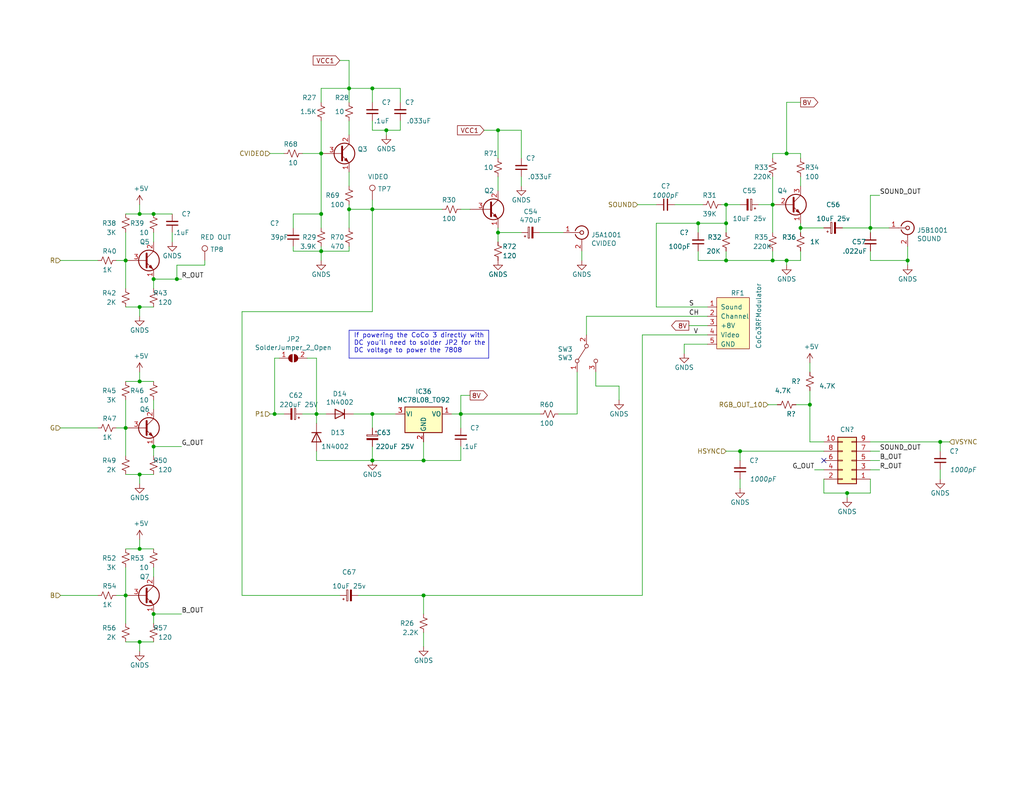
<source format=kicad_sch>
(kicad_sch (version 20230121) (generator eeschema)
  (paper "A")
  (title_block (title "TRS-80 Color Computer 3 (26-3334)") (date "2023-11-04") (rev "1.0.2") (company "Tandy Corporation") (comment 2 "& Color Computer 3 Revised Schematic (Ty Sopko).pdf") (comment 3 "Based on  Color Computer 3 Service Manual (Tandy).pdf") (comment 4 "Kicad schematic capture by Rocky Hill"))
  (junction (at 220.98 110.49))
  (junction (at 198.12 71.12))
  (junction (at 41.91 121.92))
  (junction (at 218.44 62.23))
  (junction (at 38.1 149.86))
  (junction (at 247.65 71.12))
  (junction (at 38.1 129.54))
  (junction (at 101.6 57.15))
  (junction (at 190.5 60.96))
  (junction (at 115.57 162.56))
  (junction (at 256.54 120.65))
  (junction (at 86.36 113.03))
  (junction (at 101.6 113.03))
  (junction (at 101.6 125.73))
  (junction (at 95.25 24.13))
  (junction (at 41.91 76.2))
  (junction (at 135.89 35.56))
  (junction (at 105.41 35.56))
  (junction (at 237.49 62.23))
  (junction (at 34.29 116.84))
  (junction (at 87.63 41.91))
  (junction (at 34.29 162.56))
  (junction (at 34.29 71.12))
  (junction (at 41.91 167.64))
  (junction (at 125.73 113.03))
  (junction (at 87.63 58.42))
  (junction (at 201.93 123.19))
  (junction (at 38.1 83.82))
  (junction (at 101.6 24.13))
  (junction (at 135.89 63.5))
  (junction (at 48.26 76.2))
  (junction (at 198.12 60.96))
  (junction (at 38.1 58.42))
  (junction (at 87.63 68.58))
  (junction (at 95.25 57.15))
  (junction (at 231.14 134.62))
  (junction (at 210.82 71.12))
  (junction (at 38.1 175.26))
  (junction (at 198.12 55.88))
  (junction (at 210.82 55.88))
  (junction (at 41.91 58.42))
  (junction (at 214.63 41.91))
  (junction (at 214.63 71.12))
  (junction (at 74.93 113.03))
  (junction (at 115.57 125.73))
  (junction (at 38.1 104.14))
  (no_connect (at 224.79 125.73))
  (wire (pts (xy 55.88 71.12) (xy 55.88 72.39)))
  (wire (pts (xy 41.91 76.2) (xy 41.91 78.74)))
  (wire (pts (xy 76.2 97.79) (xy 74.93 97.79)))
  (wire (pts (xy 198.12 123.19) (xy 201.93 123.19)))
  (wire (pts (xy 34.29 149.86) (xy 38.1 149.86)))
  (wire (pts (xy 49.53 121.92) (xy 41.91 121.92)))
  (wire (pts (xy 240.03 128.27) (xy 237.49 128.27)))
  (wire (pts (xy 201.93 125.73) (xy 201.93 123.19)))
  (wire (pts (xy 217.17 110.49) (xy 220.98 110.49)))
  (wire (pts (xy 125.73 125.73) (xy 115.57 125.73)))
  (wire (pts (xy 38.1 129.54) (xy 38.1 132.08)))
  (wire (pts (xy 237.49 120.65) (xy 256.54 120.65)))
  (wire (pts (xy 160.02 86.36) (xy 160.02 91.44)))
  (wire (pts (xy 38.1 83.82) (xy 38.1 86.36)))
  (wire (pts (xy 38.1 175.26) (xy 38.1 177.8)))
  (wire (pts (xy 109.22 35.56) (xy 105.41 35.56)))
  (wire (pts (xy 210.82 41.91) (xy 214.63 41.91)))
  (wire (pts (xy 220.98 106.68) (xy 220.98 110.49)))
  (wire (pts (xy 101.6 54.61) (xy 101.6 57.15)))
  (wire (pts (xy 179.07 83.82) (xy 193.04 83.82)))
  (wire (pts (xy 41.91 167.64) (xy 41.91 170.18)))
  (wire (pts (xy 191.77 55.88) (xy 184.15 55.88)))
  (wire (pts (xy 86.36 123.19) (xy 86.36 125.73)))
  (wire (pts (xy 142.24 48.26) (xy 142.24 50.8)))
  (wire (pts (xy 105.41 35.56) (xy 105.41 36.83)))
  (wire (pts (xy 86.36 125.73) (xy 101.6 125.73)))
  (wire (pts (xy 34.29 162.56) (xy 31.75 162.56)))
  (wire (pts (xy 115.57 120.65) (xy 115.57 125.73)))
  (wire (pts (xy 34.29 78.74) (xy 34.29 71.12)))
  (wire (pts (xy 38.1 104.14) (xy 38.1 101.6)))
  (wire (pts (xy 46.99 63.5) (xy 46.99 66.04)))
  (wire (pts (xy 95.25 57.15) (xy 95.25 62.23)))
  (wire (pts (xy 220.98 120.65) (xy 224.79 120.65)))
  (wire (pts (xy 198.12 71.12) (xy 210.82 71.12)))
  (wire (pts (xy 41.91 83.82) (xy 38.1 83.82)))
  (wire (pts (xy 87.63 33.02) (xy 87.63 41.91)))
  (wire (pts (xy 41.91 104.14) (xy 38.1 104.14)))
  (wire (pts (xy 218.44 60.96) (xy 218.44 62.23)))
  (wire (pts (xy 95.25 67.31) (xy 95.25 68.58)))
  (wire (pts (xy 186.69 93.98) (xy 186.69 96.52)))
  (wire (pts (xy 198.12 60.96) (xy 198.12 55.88)))
  (wire (pts (xy 237.49 53.34) (xy 237.49 62.23)))
  (wire (pts (xy 128.27 57.15) (xy 125.73 57.15)))
  (wire (pts (xy 256.54 123.19) (xy 256.54 120.65)))
  (wire (pts (xy 34.29 109.22) (xy 34.29 116.84)))
  (wire (pts (xy 125.73 107.95) (xy 125.73 113.03)))
  (wire (pts (xy 198.12 63.5) (xy 198.12 60.96)))
  (wire (pts (xy 160.02 86.36) (xy 193.04 86.36)))
  (wire (pts (xy 158.75 68.58) (xy 158.75 71.12)))
  (wire (pts (xy 80.01 58.42) (xy 87.63 58.42)))
  (wire (pts (xy 125.73 113.03) (xy 125.73 116.84)))
  (wire (pts (xy 97.79 162.56) (xy 115.57 162.56)))
  (wire (pts (xy 101.6 85.09) (xy 66.04 85.09)))
  (wire (pts (xy 87.63 68.58) (xy 87.63 71.12)))
  (wire (pts (xy 34.29 71.12) (xy 31.75 71.12)))
  (wire (pts (xy 132.08 35.56) (xy 135.89 35.56)))
  (wire (pts (xy 34.29 116.84) (xy 31.75 116.84)))
  (wire (pts (xy 55.88 72.39) (xy 48.26 72.39)))
  (wire (pts (xy 83.82 97.79) (xy 86.36 97.79)))
  (wire (pts (xy 220.98 99.06) (xy 220.98 101.6)))
  (wire (pts (xy 168.91 105.41) (xy 168.91 109.22)))
  (wire (pts (xy 95.25 46.99) (xy 95.25 50.8)))
  (wire (pts (xy 101.6 57.15) (xy 120.65 57.15)))
  (wire (pts (xy 80.01 67.31) (xy 80.01 68.58)))
  (wire (pts (xy 87.63 27.94) (xy 87.63 24.13)))
  (wire (pts (xy 34.29 124.46) (xy 34.29 116.84)))
  (wire (pts (xy 128.27 107.95) (xy 125.73 107.95)))
  (wire (pts (xy 218.44 62.23) (xy 218.44 63.5)))
  (wire (pts (xy 16.51 71.12) (xy 26.67 71.12)))
  (wire (pts (xy 231.14 134.62) (xy 231.14 135.89)))
  (wire (pts (xy 224.79 130.81) (xy 224.79 134.62)))
  (wire (pts (xy 201.93 123.19) (xy 224.79 123.19)))
  (wire (pts (xy 135.89 43.18) (xy 135.89 35.56)))
  (wire (pts (xy 240.03 53.34) (xy 237.49 53.34)))
  (wire (pts (xy 34.29 175.26) (xy 38.1 175.26)))
  (wire (pts (xy 86.36 97.79) (xy 86.36 113.03)))
  (wire (pts (xy 101.6 27.94) (xy 101.6 24.13)))
  (wire (pts (xy 87.63 58.42) (xy 87.63 62.23)))
  (wire (pts (xy 95.25 33.02) (xy 95.25 36.83)))
  (wire (pts (xy 187.96 88.9) (xy 193.04 88.9)))
  (wire (pts (xy 115.57 162.56) (xy 175.26 162.56)))
  (wire (pts (xy 41.91 63.5) (xy 41.91 66.04)))
  (wire (pts (xy 190.5 60.96) (xy 198.12 60.96)))
  (wire (pts (xy 48.26 72.39) (xy 48.26 76.2)))
  (wire (pts (xy 115.57 167.64) (xy 115.57 162.56)))
  (wire (pts (xy 48.26 76.2) (xy 41.91 76.2)))
  (wire (pts (xy 210.82 48.26) (xy 210.82 55.88)))
  (wire (pts (xy 66.04 85.09) (xy 66.04 162.56)))
  (wire (pts (xy 87.63 67.31) (xy 87.63 68.58)))
  (wire (pts (xy 198.12 68.58) (xy 198.12 71.12)))
  (wire (pts (xy 66.04 162.56) (xy 92.71 162.56)))
  (wire (pts (xy 210.82 43.18) (xy 210.82 41.91)))
  (wire (pts (xy 201.93 55.88) (xy 198.12 55.88)))
  (wire (pts (xy 115.57 172.72) (xy 115.57 176.53)))
  (wire (pts (xy 82.55 113.03) (xy 86.36 113.03)))
  (wire (pts (xy 16.51 162.56) (xy 26.67 162.56)))
  (wire (pts (xy 214.63 71.12) (xy 214.63 72.39)))
  (wire (pts (xy 125.73 113.03) (xy 147.32 113.03)))
  (wire (pts (xy 190.5 60.96) (xy 179.07 60.96)))
  (wire (pts (xy 74.93 113.03) (xy 77.47 113.03)))
  (wire (pts (xy 41.91 58.42) (xy 46.99 58.42)))
  (wire (pts (xy 173.99 55.88) (xy 179.07 55.88)))
  (wire (pts (xy 77.47 41.91) (xy 73.66 41.91)))
  (wire (pts (xy 41.91 154.94) (xy 41.91 157.48)))
  (wire (pts (xy 95.25 16.51) (xy 92.71 16.51)))
  (wire (pts (xy 157.48 113.03) (xy 157.48 101.6)))
  (wire (pts (xy 101.6 121.92) (xy 101.6 125.73)))
  (wire (pts (xy 95.25 24.13) (xy 101.6 24.13)))
  (wire (pts (xy 214.63 27.94) (xy 214.63 41.91)))
  (wire (pts (xy 210.82 55.88) (xy 207.01 55.88)))
  (wire (pts (xy 259.08 120.65) (xy 256.54 120.65)))
  (wire (pts (xy 125.73 113.03) (xy 123.19 113.03)))
  (wire (pts (xy 198.12 55.88) (xy 196.85 55.88)))
  (wire (pts (xy 95.25 55.88) (xy 95.25 57.15)))
  (wire (pts (xy 218.44 71.12) (xy 214.63 71.12)))
  (wire (pts (xy 193.04 93.98) (xy 186.69 93.98)))
  (wire (pts (xy 175.26 91.44) (xy 193.04 91.44)))
  (wire (pts (xy 218.44 41.91) (xy 214.63 41.91)))
  (wire (pts (xy 34.29 154.94) (xy 34.29 162.56)))
  (wire (pts (xy 101.6 116.84) (xy 101.6 113.03)))
  (wire (pts (xy 34.29 83.82) (xy 38.1 83.82)))
  (wire (pts (xy 135.89 63.5) (xy 135.89 66.04)))
  (wire (pts (xy 229.87 62.23) (xy 237.49 62.23)))
  (wire (pts (xy 49.53 167.64) (xy 41.91 167.64)))
  (wire (pts (xy 82.55 41.91) (xy 87.63 41.91)))
  (wire (pts (xy 135.89 48.26) (xy 135.89 52.07)))
  (wire (pts (xy 95.25 68.58) (xy 87.63 68.58)))
  (wire (pts (xy 41.91 175.26) (xy 38.1 175.26)))
  (wire (pts (xy 95.25 27.94) (xy 95.25 24.13)))
  (wire (pts (xy 256.54 128.27) (xy 256.54 130.81)))
  (wire (pts (xy 240.03 123.19) (xy 237.49 123.19)))
  (wire (pts (xy 96.52 113.03) (xy 101.6 113.03)))
  (wire (pts (xy 34.29 104.14) (xy 38.1 104.14)))
  (polyline (pts (xy 133.35 97.79) (xy 95.25 97.79)))
  (wire (pts (xy 190.5 63.5) (xy 190.5 60.96)))
  (wire (pts (xy 49.53 76.2) (xy 48.26 76.2)))
  (wire (pts (xy 109.22 33.02) (xy 109.22 35.56)))
  (wire (pts (xy 34.29 170.18) (xy 34.29 162.56)))
  (wire (pts (xy 41.91 149.86) (xy 38.1 149.86)))
  (wire (pts (xy 220.98 110.49) (xy 220.98 120.65)))
  (wire (pts (xy 41.91 109.22) (xy 41.91 111.76)))
  (wire (pts (xy 210.82 63.5) (xy 210.82 55.88)))
  (wire (pts (xy 210.82 68.58) (xy 210.82 71.12)))
  (wire (pts (xy 190.5 71.12) (xy 198.12 71.12)))
  (wire (pts (xy 237.49 130.81) (xy 237.49 134.62)))
  (wire (pts (xy 152.4 113.03) (xy 157.48 113.03)))
  (wire (pts (xy 218.44 43.18) (xy 218.44 41.91)))
  (wire (pts (xy 201.93 130.81) (xy 201.93 133.35)))
  (wire (pts (xy 247.65 71.12) (xy 247.65 72.39)))
  (wire (pts (xy 237.49 62.23) (xy 242.57 62.23)))
  (wire (pts (xy 101.6 125.73) (xy 115.57 125.73)))
  (wire (pts (xy 237.49 134.62) (xy 231.14 134.62)))
  (wire (pts (xy 218.44 68.58) (xy 218.44 71.12)))
  (wire (pts (xy 87.63 24.13) (xy 95.25 24.13)))
  (wire (pts (xy 101.6 57.15) (xy 95.25 57.15)))
  (wire (pts (xy 26.67 116.84) (xy 16.51 116.84)))
  (wire (pts (xy 86.36 115.57) (xy 86.36 113.03)))
  (wire (pts (xy 237.49 63.5) (xy 237.49 62.23)))
  (wire (pts (xy 218.44 27.94) (xy 214.63 27.94)))
  (wire (pts (xy 34.29 58.42) (xy 38.1 58.42)))
  (wire (pts (xy 135.89 35.56) (xy 142.24 35.56)))
  (wire (pts (xy 135.89 62.23) (xy 135.89 63.5)))
  (wire (pts (xy 41.91 58.42) (xy 38.1 58.42)))
  (wire (pts (xy 87.63 41.91) (xy 87.63 58.42)))
  (wire (pts (xy 41.91 129.54) (xy 38.1 129.54)))
  (wire (pts (xy 38.1 149.86) (xy 38.1 147.32)))
  (wire (pts (xy 240.03 125.73) (xy 237.49 125.73)))
  (wire (pts (xy 74.93 97.79) (xy 74.93 113.03)))
  (wire (pts (xy 101.6 24.13) (xy 109.22 24.13)))
  (wire (pts (xy 218.44 48.26) (xy 218.44 50.8)))
  (wire (pts (xy 237.49 68.58) (xy 237.49 71.12)))
  (wire (pts (xy 147.32 63.5) (xy 153.67 63.5)))
  (wire (pts (xy 101.6 113.03) (xy 107.95 113.03)))
  (wire (pts (xy 224.79 128.27) (xy 222.25 128.27)))
  (wire (pts (xy 210.82 71.12) (xy 214.63 71.12)))
  (wire (pts (xy 142.24 43.18) (xy 142.24 35.56)))
  (wire (pts (xy 175.26 162.56) (xy 175.26 91.44)))
  (wire (pts (xy 38.1 58.42) (xy 38.1 55.88)))
  (polyline (pts (xy 95.25 90.17) (xy 133.35 90.17)))
  (wire (pts (xy 179.07 60.96) (xy 179.07 83.82)))
  (wire (pts (xy 101.6 35.56) (xy 105.41 35.56)))
  (wire (pts (xy 86.36 113.03) (xy 88.9 113.03)))
  (wire (pts (xy 109.22 24.13) (xy 109.22 27.94)))
  (polyline (pts (xy 95.25 97.79) (xy 95.25 90.17)))
  (wire (pts (xy 95.25 24.13) (xy 95.25 16.51)))
  (wire (pts (xy 162.56 105.41) (xy 168.91 105.41)))
  (wire (pts (xy 224.79 62.23) (xy 218.44 62.23)))
  (wire (pts (xy 224.79 134.62) (xy 231.14 134.62)))
  (wire (pts (xy 237.49 71.12) (xy 247.65 71.12)))
  (wire (pts (xy 73.66 113.03) (xy 74.93 113.03)))
  (wire (pts (xy 34.29 129.54) (xy 38.1 129.54)))
  (wire (pts (xy 125.73 121.92) (xy 125.73 125.73)))
  (wire (pts (xy 80.01 62.23) (xy 80.01 58.42)))
  (wire (pts (xy 41.91 121.92) (xy 41.91 124.46)))
  (wire (pts (xy 190.5 68.58) (xy 190.5 71.12)))
  (wire (pts (xy 101.6 33.02) (xy 101.6 35.56)))
  (polyline (pts (xy 133.35 90.17) (xy 133.35 97.79)))
  (wire (pts (xy 162.56 101.6) (xy 162.56 105.41)))
  (wire (pts (xy 80.01 68.58) (xy 87.63 68.58)))
  (wire (pts (xy 212.09 110.49) (xy 209.55 110.49)))
  (wire (pts (xy 247.65 67.31) (xy 247.65 71.12)))
  (wire (pts (xy 34.29 63.5) (xy 34.29 71.12)))
  (wire (pts (xy 142.24 63.5) (xy 135.89 63.5)))
  (wire (pts (xy 101.6 57.15) (xy 101.6 85.09)))
  (text "If powering the CoCo 3 directly with \nDC you'll need to solder JP2 for the\nDC voltage to power the 7808" (at 96.52 96.52 0) (effects (font (size 1.27 1.27)) (justify left bottom)))
  (label "B_OUT" (at 49.53 167.64 0))
  (label "R_OUT" (at 240.03 128.27 0))
  (label "SOUND_OUT" (at 240.03 53.34 0))
  (label "G_OUT" (at 222.25 128.27 180))
  (label "V" (at 189.23 91.44 0))
  (label "B_OUT" (at 240.03 125.73 0))
  (label "S" (at 187.96 83.82 0))
  (label "G_OUT" (at 49.53 121.92 0))
  (label "R_OUT" (at 49.53 76.2 0))
  (label "SOUND_OUT" (at 240.03 123.19 0))
  (label "CH" (at 187.96 86.36 0))
  (global_label "VCC1" (shape input) (at 132.08 35.56 180) (property "Intersheetrefs" "${INTERSHEET_REFS}" (effects hide)))
  (global_label "8V" (shape output) (at 128.27 107.95 0) (property "Intersheetrefs" "${INTERSHEET_REFS}" (effects hide)))
  (global_label "8V" (shape output) (at 187.96 88.9 180) (property "Intersheetrefs" "${INTERSHEET_REFS}" (effects hide)))
  (global_label "VCC1" (shape input) (at 92.71 16.51 180) (property "Intersheetrefs" "${INTERSHEET_REFS}" (effects hide)))
  (global_label "8V" (shape output) (at 218.44 27.94 0) (property "Intersheetrefs" "${INTERSHEET_REFS}" (effects hide)))
  (hierarchical_label "P1" (shape input) (at 73.66 113.03 180))
  (hierarchical_label "HSYNC" (shape input) (at 198.12 123.19 180))
  (hierarchical_label "RGB_OUT_10" (shape input) (at 209.55 110.49 180))
  (hierarchical_label "B" (shape input) (at 16.51 162.56 180))
  (hierarchical_label "VSYNC" (shape input) (at 259.08 120.65 0))
  (hierarchical_label "CVIDEO" (shape input) (at 73.66 41.91 180))
  (hierarchical_label "R" (shape input) (at 16.51 71.12 180))
  (hierarchical_label "SOUND" (shape input) (at 173.99 55.88 180))
  (hierarchical_label "G" (shape input) (at 16.51 116.84 180))
  (symbol (lib_id "Device:R_Small_US") (at 29.21 71.12 270) (unit 1)
    (property "Reference" "R40" (at 27.94 68.58 90) (effects (justify left)))
    (property "Value" "1K" (at 27.94 73.66 90) (effects (justify left)))
    (property "Footprint" "Resistor_THT:R_Axial_DIN0207_L6.3mm_D2.5mm_P10.16mm_Horizontal" (effects hide))
    (property "Datasheet" "https://www.seielect.com/catalog/sei-cf_cfm.pdf" (effects hide))
    (property "Vendor" "digikey" (effects hide))
    (property "Vendor part#" "CF14JT1K00CT-ND" (effects hide))
    (property "Manufacturer part#" "CF14JT1K00" (effects hide))
    (instances (project "coco3" (path "" (reference "R40") (unit 1)) (path "" (reference "R?") (unit 1)) (path "" (reference "R?") (unit 1))))
  )
  (symbol (lib_id "Device:R_Small_US") (at 34.29 81.28 180) (unit 1)
    (property "Reference" "R42" (at 31.75 80.01 0) (effects (justify left)))
    (property "Value" "2K" (at 31.75 82.55 0) (effects (justify left)))
    (property "Footprint" "Resistor_THT:R_Axial_DIN0207_L6.3mm_D2.5mm_P10.16mm_Horizontal" (effects hide))
    (property "Datasheet" "https://www.seielect.com/catalog/sei-rnf_rnmf.pdf" (effects hide))
    (property "Vendor" "digikey" (effects hide))
    (property "Vendor part#" "RNF14FTD2K00CT-ND" (effects hide))
    (property "Manufacturer part#" "RNF14FTD2K00" (effects hide))
    (instances (project "coco3" (path "" (reference "R42") (unit 1)) (path "" (reference "R?") (unit 1)) (path "" (reference "R?") (unit 1))))
  )
  (symbol (lib_id "Device:R_Small_US") (at 41.91 60.96 180) (unit 1)
    (property "Reference" "R39" (at 39.37 60.96 0) (effects (justify left)))
    (property "Value" "10" (at 40.64 63.5 0) (effects (justify left)))
    (property "Footprint" "Resistor_THT:R_Axial_DIN0207_L6.3mm_D2.5mm_P10.16mm_Horizontal" (effects hide))
    (property "Datasheet" " https://www.yageo.com/upload/media/product/products/datasheet/lr/Yageo_LR_CFR_1.pdf" (effects hide))
    (property "Vendor" "digikey" (effects hide))
    (property "Vendor part#" "10QBK-ND" (effects hide))
    (property "Manufacturer part#" "CFR-25JB-52-10R" (effects hide))
    (instances (project "coco3" (path "" (reference "R39") (unit 1)) (path "" (reference "R?") (unit 1)) (path "" (reference "R?") (unit 1))))
  )
  (symbol (lib_id "Device:R_Small_US") (at 34.29 60.96 180) (unit 1)
    (property "Reference" "R38" (at 31.75 60.96 0) (effects (justify left)))
    (property "Value" "3K" (at 31.75 63.5 0) (effects (justify left)))
    (property "Footprint" "Resistor_THT:R_Axial_DIN0207_L6.3mm_D2.5mm_P10.16mm_Horizontal" (effects hide))
    (property "Datasheet" "https://www.seielect.com/catalog/sei-rnf_rnmf.pdf" (effects hide))
    (property "Vendor" "digikey" (effects hide))
    (property "Vendor part#" "3.0KQBK-ND" (effects hide))
    (property "Manufacturer part#" "CFR-25JB-52-3K" (effects hide))
    (instances (project "coco3" (path "" (reference "R38") (unit 1)) (path "" (reference "R?") (unit 1)) (path "" (reference "R?") (unit 1))))
  )
  (symbol (lib_id "Device:R_Small_US") (at 41.91 81.28 180) (unit 1)
    (property "Reference" "R43" (at 45.72 80.01 0) (effects (justify left)))
    (property "Value" " 120" (at 46.99 82.55 0) (effects (justify left)))
    (property "Footprint" "Resistor_THT:R_Axial_DIN0207_L6.3mm_D2.5mm_P10.16mm_Horizontal" (effects hide))
    (property "Datasheet" " https://www.seielect.com/catalog/sei-cf_cfm.pdf" (effects hide))
    (property "Vendor" "digikey" (effects hide))
    (property "Vendor part#" "CF14JT120RCT-ND" (effects hide))
    (property "Manufacturer part#" "CF14JT120R" (effects hide))
    (instances (project "coco3" (path "" (reference "R43") (unit 1)) (path "" (reference "R?") (unit 1)) (path "" (reference "R?") (unit 1))))
  )
  (symbol (lib_id "power:+5V") (at 38.1 55.88 0) (unit 1)
    (property "Reference" "#PWR?" (effects hide))
    (property "Value" "+5V" (at 38.481 51.4858 0))
    (instances (project "coco3" (path "" (reference "#PWR?") (unit 1)) (path "" (reference "#PWR?") (unit 1)) (path "" (reference "#PWR01085") (unit 1)) (path "" (reference "#PWR?") (unit 1)) (path "" (reference "#PWR?") (unit 1)) (path "" (reference "#PWR?") (unit 1))))
  )
  (symbol (lib_id "power:GNDS") (at 38.1 86.36 0) (unit 1)
    (property "Reference" "#PWR?" (effects hide))
    (property "Value" "GNDS" (at 38.1 90.17 0))
    (instances (project "coco3" (path "" (reference "#PWR?") (unit 1)) (path "" (reference "#PWR01090") (unit 1)) (path "" (reference "#PWR?") (unit 1)) (path "" (reference "#PWR?") (unit 1)) (path "" (reference "#PWR?") (unit 1))))
  )
  (symbol (lib_id "Device:C_Small") (at 46.99 60.96 180) (unit 1)
    (property "Reference" "C?" (at 50.8 58.42 0))
    (property "Value" ".1uF" (at 49.53 63.5 0))
    (property "Footprint" "Capacitor_THT:C_Disc_D4.7mm_W2.5mm_P5.00mm" (effects hide))
    (property "Datasheet" " https://product.tdk.com/info/en/catalog/datasheets/leadmlcc_halogenfree_fg_en.pdf?ref_disty=digikey" (effects hide))
    (property "Vendor" "digikey" (effects hide))
    (property "Vendor part#" "445-173474-1-ND" (effects hide))
    (property "Manufacturer part#" "FG28C0G1H103JNT06" (effects hide))
    (instances (project "coco3" (path "" (reference "C?") (unit 1)) (path "" (reference "C?") (unit 1)) (path "" (reference "C42") (unit 1))))
  )
  (symbol (lib_id "power:GNDS") (at 46.99 66.04 0) (unit 1)
    (property "Reference" "#PWR?" (effects hide))
    (property "Value" "GNDS" (at 46.99 69.85 0))
    (instances (project "coco3" (path "" (reference "#PWR?") (unit 1)) (path "" (reference "#PWR01086") (unit 1)) (path "" (reference "#PWR?") (unit 1)) (path "" (reference "#PWR?") (unit 1)) (path "" (reference "#PWR?") (unit 1))))
  )
  (symbol (lib_id "Regulator_Linear:MC78L08_TO92") (at 115.57 113.03 0) (unit 1)
    (property "Reference" "IC36" (at 115.57 106.8832 0))
    (property "Value" "MC78L08_TO92" (at 115.57 109.1946 0))
    (property "Footprint" "Package_TO_SOT_THT:TO-92_Inline" (effects hide))
    (property "Datasheet" "https://www.ti.com/general/docs/suppproductinfo.tsp?distId=10&gotoUrl=https%3A%2F%2Fwww.ti.com%2Flit%2Fgpn%2Fua78l" (effects hide))
    (property "Vendor" "digikey" (effects hide))
    (property "Vendor part#" "296-UA78L08ACLPRE3CT-ND" (effects hide))
    (property "Manufacturer part#" "UA78L08ACLPRE3" (effects hide))
  )
  (symbol (lib_id "Device:Q_NPN_ECB") (at 39.37 116.84 0) (unit 1)
    (property "Reference" "Q6" (at 38.1 111.76 0) (effects (justify left)))
    (property "Value" "2SC1815" (effects hide))
    (property "Footprint" "Package_TO_SOT_THT:TO-92L_Inline" (effects hide))
    (property "Datasheet" "https://my.centralsemi.com/datasheets/2SC1815.PDF" (effects hide))
    (property "Vendor" "digikey" (effects hide))
    (property "Vendor part#" "1514-2SC1815PBFREE-ND" (effects hide))
    (property "Manufacturer part#" "2SC1815 PBFREE" (effects hide))
  )
  (symbol (lib_id "Device:R_Small_US") (at 29.21 116.84 270) (unit 1)
    (property "Reference" "R47" (at 27.94 114.3 90) (effects (justify left)))
    (property "Value" "1K" (at 27.94 119.38 90) (effects (justify left)))
    (property "Footprint" "Resistor_THT:R_Axial_DIN0207_L6.3mm_D2.5mm_P10.16mm_Horizontal" (effects hide))
    (property "Datasheet" "https://www.seielect.com/catalog/sei-cf_cfm.pdf" (effects hide))
    (property "Vendor" "digikey" (effects hide))
    (property "Vendor part#" "CF14JT1K00CT-ND" (effects hide))
    (property "Manufacturer part#" "CF14JT1K00" (effects hide))
    (instances (project "coco3" (path "" (reference "R47") (unit 1)) (path "" (reference "R?") (unit 1)) (path "" (reference "R?") (unit 1))))
  )
  (symbol (lib_id "Device:R_Small_US") (at 34.29 127 180) (unit 1)
    (property "Reference" "R49" (at 31.75 125.73 0) (effects (justify left)))
    (property "Value" "2K" (at 31.75 128.27 0) (effects (justify left)))
    (property "Footprint" "Resistor_THT:R_Axial_DIN0207_L6.3mm_D2.5mm_P10.16mm_Horizontal" (effects hide))
    (property "Datasheet" "https://www.seielect.com/catalog/sei-rnf_rnmf.pdf" (effects hide))
    (property "Vendor" "digikey" (effects hide))
    (property "Vendor part#" "RNF14FTD2K00CT-ND" (effects hide))
    (property "Manufacturer part#" "RNF14FTD2K00" (effects hide))
    (instances (project "coco3" (path "" (reference "R49") (unit 1)) (path "" (reference "R?") (unit 1)) (path "" (reference "R?") (unit 1))))
  )
  (symbol (lib_id "Device:R_Small_US") (at 41.91 106.68 180) (unit 1)
    (property "Reference" "R46" (at 39.37 106.68 0) (effects (justify left)))
    (property "Value" "10" (at 40.64 109.22 0) (effects (justify left)))
    (property "Footprint" "Resistor_THT:R_Axial_DIN0207_L6.3mm_D2.5mm_P10.16mm_Horizontal" (effects hide))
    (property "Datasheet" " https://www.yageo.com/upload/media/product/products/datasheet/lr/Yageo_LR_CFR_1.pdf" (effects hide))
    (property "Vendor" "digikey" (effects hide))
    (property "Vendor part#" "10QBK-ND" (effects hide))
    (property "Manufacturer part#" "CFR-25JB-52-10R" (effects hide))
    (instances (project "coco3" (path "" (reference "R46") (unit 1)) (path "" (reference "R?") (unit 1)) (path "" (reference "R?") (unit 1))))
  )
  (symbol (lib_id "Device:R_Small_US") (at 34.29 106.68 180) (unit 1)
    (property "Reference" "R45" (at 31.75 106.68 0) (effects (justify left)))
    (property "Value" "3K" (at 31.75 109.22 0) (effects (justify left)))
    (property "Footprint" "Resistor_THT:R_Axial_DIN0207_L6.3mm_D2.5mm_P10.16mm_Horizontal" (effects hide))
    (property "Datasheet" "https://www.seielect.com/catalog/sei-rnf_rnmf.pdf" (effects hide))
    (property "Vendor" "digikey" (effects hide))
    (property "Vendor part#" "3.0KQBK-ND" (effects hide))
    (property "Manufacturer part#" "CFR-25JB-52-3K" (effects hide))
    (instances (project "coco3" (path "" (reference "R45") (unit 1)) (path "" (reference "R?") (unit 1)) (path "" (reference "R?") (unit 1))))
  )
  (symbol (lib_id "Device:R_Small_US") (at 41.91 127 180) (unit 1)
    (property "Reference" "R50" (at 45.72 125.73 0) (effects (justify left)))
    (property "Value" " 120" (at 46.99 128.27 0) (effects (justify left)))
    (property "Footprint" "Resistor_THT:R_Axial_DIN0207_L6.3mm_D2.5mm_P10.16mm_Horizontal" (effects hide))
    (property "Datasheet" " https://www.seielect.com/catalog/sei-cf_cfm.pdf" (effects hide))
    (property "Vendor" "digikey" (effects hide))
    (property "Vendor part#" "CF14JT120RCT-ND" (effects hide))
    (property "Manufacturer part#" "CF14JT120R" (effects hide))
    (instances (project "coco3" (path "" (reference "R50") (unit 1)) (path "" (reference "R?") (unit 1)) (path "" (reference "R?") (unit 1))))
  )
  (symbol (lib_id "power:+5V") (at 38.1 101.6 0) (unit 1)
    (property "Reference" "#PWR?" (effects hide))
    (property "Value" "+5V" (at 38.481 97.2058 0))
    (instances (project "coco3" (path "" (reference "#PWR?") (unit 1)) (path "" (reference "#PWR?") (unit 1)) (path "" (reference "#PWR01091") (unit 1)) (path "" (reference "#PWR?") (unit 1)) (path "" (reference "#PWR?") (unit 1)) (path "" (reference "#PWR?") (unit 1))))
  )
  (symbol (lib_id "power:GNDS") (at 38.1 132.08 0) (unit 1)
    (property "Reference" "#PWR?" (effects hide))
    (property "Value" "GNDS" (at 38.1 135.89 0))
    (instances (project "coco3" (path "" (reference "#PWR?") (unit 1)) (path "" (reference "#PWR01096") (unit 1)) (path "" (reference "#PWR?") (unit 1)) (path "" (reference "#PWR?") (unit 1)) (path "" (reference "#PWR?") (unit 1))))
  )
  (symbol (lib_id "Device:Q_NPN_ECB") (at 39.37 162.56 0) (unit 1)
    (property "Reference" "Q7" (at 38.1 157.48 0) (effects (justify left)))
    (property "Value" "2SC1815" (effects hide))
    (property "Footprint" "Package_TO_SOT_THT:TO-92L_Inline" (effects hide))
    (property "Datasheet" "https://my.centralsemi.com/datasheets/2SC1815.PDF" (effects hide))
    (property "Vendor" "digikey" (effects hide))
    (property "Vendor part#" "1514-2SC1815PBFREE-ND" (effects hide))
    (property "Manufacturer part#" "2SC1815 PBFREE" (effects hide))
  )
  (symbol (lib_id "Device:R_Small_US") (at 29.21 162.56 270) (unit 1)
    (property "Reference" "R54" (at 27.94 160.02 90) (effects (justify left)))
    (property "Value" "1K" (at 27.94 165.1 90) (effects (justify left)))
    (property "Footprint" "Resistor_THT:R_Axial_DIN0207_L6.3mm_D2.5mm_P10.16mm_Horizontal" (effects hide))
    (property "Datasheet" "https://www.seielect.com/catalog/sei-cf_cfm.pdf" (effects hide))
    (property "Vendor" "digikey" (effects hide))
    (property "Vendor part#" "CF14JT1K00CT-ND" (effects hide))
    (property "Manufacturer part#" "CF14JT1K00" (effects hide))
    (instances (project "coco3" (path "" (reference "R54") (unit 1)) (path "" (reference "R?") (unit 1)) (path "" (reference "R?") (unit 1))))
  )
  (symbol (lib_id "Device:R_Small_US") (at 34.29 172.72 180) (unit 1)
    (property "Reference" "R56" (at 31.75 171.45 0) (effects (justify left)))
    (property "Value" "2K" (at 31.75 173.99 0) (effects (justify left)))
    (property "Footprint" "Resistor_THT:R_Axial_DIN0207_L6.3mm_D2.5mm_P10.16mm_Horizontal" (effects hide))
    (property "Datasheet" "https://www.seielect.com/catalog/sei-rnf_rnmf.pdf" (effects hide))
    (property "Vendor" "digikey" (effects hide))
    (property "Vendor part#" "RNF14FTD2K00CT-ND" (effects hide))
    (property "Manufacturer part#" "RNF14FTD2K00" (effects hide))
    (instances (project "coco3" (path "" (reference "R56") (unit 1)) (path "" (reference "R?") (unit 1)) (path "" (reference "R?") (unit 1))))
  )
  (symbol (lib_id "Device:R_Small_US") (at 41.91 152.4 180) (unit 1)
    (property "Reference" "R53" (at 39.37 152.4 0) (effects (justify left)))
    (property "Value" "10" (at 40.64 154.94 0) (effects (justify left)))
    (property "Footprint" "Resistor_THT:R_Axial_DIN0207_L6.3mm_D2.5mm_P10.16mm_Horizontal" (effects hide))
    (property "Datasheet" " https://www.yageo.com/upload/media/product/products/datasheet/lr/Yageo_LR_CFR_1.pdf" (effects hide))
    (property "Vendor" "digikey" (effects hide))
    (property "Vendor part#" "10QBK-ND" (effects hide))
    (property "Manufacturer part#" "CFR-25JB-52-10R" (effects hide))
    (instances (project "coco3" (path "" (reference "R53") (unit 1)) (path "" (reference "R?") (unit 1)) (path "" (reference "R?") (unit 1))))
  )
  (symbol (lib_id "Device:R_Small_US") (at 34.29 152.4 180) (unit 1)
    (property "Reference" "R52" (at 31.75 152.4 0) (effects (justify left)))
    (property "Value" "3K" (at 31.75 154.94 0) (effects (justify left)))
    (property "Footprint" "Resistor_THT:R_Axial_DIN0207_L6.3mm_D2.5mm_P10.16mm_Horizontal" (effects hide))
    (property "Datasheet" "https://www.seielect.com/catalog/sei-rnf_rnmf.pdf" (effects hide))
    (property "Vendor" "digikey" (effects hide))
    (property "Vendor part#" "3.0KQBK-ND" (effects hide))
    (property "Manufacturer part#" "CFR-25JB-52-3K" (effects hide))
    (instances (project "coco3" (path "" (reference "R52") (unit 1)) (path "" (reference "R?") (unit 1)) (path "" (reference "R?") (unit 1))))
  )
  (symbol (lib_id "Device:R_Small_US") (at 41.91 172.72 180) (unit 1)
    (property "Reference" "R57" (at 45.72 171.45 0) (effects (justify left)))
    (property "Value" " 120" (at 46.99 173.99 0) (effects (justify left)))
    (property "Footprint" "Resistor_THT:R_Axial_DIN0207_L6.3mm_D2.5mm_P10.16mm_Horizontal" (effects hide))
    (property "Datasheet" " https://www.seielect.com/catalog/sei-cf_cfm.pdf" (effects hide))
    (property "Vendor" "digikey" (effects hide))
    (property "Vendor part#" "CF14JT120RCT-ND" (effects hide))
    (property "Manufacturer part#" "CF14JT120R" (effects hide))
    (instances (project "coco3" (path "" (reference "R57") (unit 1)) (path "" (reference "R?") (unit 1)) (path "" (reference "R?") (unit 1))))
  )
  (symbol (lib_id "power:+5V") (at 38.1 147.32 0) (unit 1)
    (property "Reference" "#PWR?" (effects hide))
    (property "Value" "+5V" (at 38.481 142.9258 0))
    (instances (project "coco3" (path "" (reference "#PWR?") (unit 1)) (path "" (reference "#PWR?") (unit 1)) (path "" (reference "#PWR01097") (unit 1)) (path "" (reference "#PWR?") (unit 1)) (path "" (reference "#PWR?") (unit 1)) (path "" (reference "#PWR?") (unit 1))))
  )
  (symbol (lib_id "power:GNDS") (at 38.1 177.8 0) (unit 1)
    (property "Reference" "#PWR?" (effects hide))
    (property "Value" "GNDS" (at 38.1 181.61 0))
    (instances (project "coco3" (path "" (reference "#PWR?") (unit 1)) (path "" (reference "#PWR01098") (unit 1)) (path "" (reference "#PWR?") (unit 1)) (path "" (reference "#PWR?") (unit 1)) (path "" (reference "#PWR?") (unit 1))))
  )
  (symbol (lib_id "power:GNDS") (at 101.6 125.73 0) (mirror y) (unit 1)
    (property "Reference" "#PWR?" (effects hide))
    (property "Value" "GNDS" (at 101.6 129.54 0))
    (instances (project "coco3" (path "" (reference "#PWR?") (unit 1)) (path "" (reference "#PWR01105") (unit 1)) (path "" (reference "#PWR?") (unit 1)) (path "" (reference "#PWR?") (unit 1)) (path "" (reference "#PWR?") (unit 1))))
  )
  (symbol (lib_id "Device:C_Small") (at 181.61 55.88 90) (unit 1)
    (property "Reference" "C?" (at 181.61 50.8 90))
    (property "Value" "1000pF" (at 181.61 53.34 90) (effects (font italic)))
    (property "Footprint" "Capacitor_THT:C_Disc_D4.7mm_W2.5mm_P5.00mm" (effects hide))
    (property "Datasheet" " https://www.vishay.com/docs/45171/kseries.pdf" (effects hide))
    (property "Vendor" "digikey" (effects hide))
    (property "Vendor part#" "BC2659CT-ND" (effects hide))
    (property "Manufacturer part#" "K102K10X7RF5UH5" (effects hide))
    (instances (project "coco3" (path "" (reference "C?") (unit 1)) (path "" (reference "C?") (unit 1)) (path "" (reference "C68") (unit 1))))
  )
  (symbol (lib_id "coco3-rescue:CP_Small-Device") (at 101.6 119.38 0) (mirror y) (unit 1)
    (property "Reference" "C63" (at 106.68 118.11 0) (effects (justify left)))
    (property "Value" "220uF 25V" (at 113.03 121.92 0) (effects (justify left)))
    (property "Footprint" "Capacitor_THT:CP_Radial_D8.0mm_P3.50mm" (effects hide))
    (property "Datasheet" "https://media.digikey.com/pdf/Data%20Sheets/Panasonic%20Electronic%20Components/ECA-xxM%20Series,TypeA.pdf" (effects hide))
    (property "Vendor" "digikey" (effects hide))
    (property "Vendor part#" "P5153-ND" (effects hide))
    (property "Manufacturer part#" "ECA-1EM221" (effects hide))
  )
  (symbol (lib_id "coco3-rescue:CP_Small-Device") (at 80.01 113.03 270) (mirror x) (unit 1)
    (property "Reference" "C62" (at 78.74 107.95 90) (effects (justify left)))
    (property "Value" "220uF 25V" (at 76.2 110.49 90) (effects (justify left)))
    (property "Footprint" "Capacitor_THT:CP_Radial_D8.0mm_P3.50mm" (effects hide))
    (property "Datasheet" "https://media.digikey.com/pdf/Data%20Sheets/Panasonic%20Electronic%20Components/ECA-xxM%20Series,TypeA.pdf" (effects hide))
    (property "Vendor" "digikey" (effects hide))
    (property "Vendor part#" "P5153-ND" (effects hide))
    (property "Manufacturer part#" "ECA-1EM221" (effects hide))
  )
  (symbol (lib_id "Diode:1N4002") (at 92.71 113.03 0) (mirror y) (unit 1)
    (property "Reference" "D14" (at 92.71 107.5182 0))
    (property "Value" "1N4002" (at 92.71 109.8296 0))
    (property "Footprint" "Diode_THT:D_DO-41_SOD81_P10.16mm_Horizontal" (effects hide))
    (property "Datasheet" "https://www.mccsemi.com/pdf/Products/1N4001~1N4007(DO-41).pdf" (effects hide))
    (property "Vendor" "digikey" (effects hide))
    (property "Vendor part#" "1N4002-TPMSCT-ND" (effects hide))
    (property "Manufacturer part#" "1N4002-TP" (effects hide))
  )
  (symbol (lib_id "Diode:1N4002") (at 86.36 119.38 90) (mirror x) (unit 1)
    (property "Reference" "D13" (at 90.17 118.11 90) (effects (justify right)))
    (property "Value" "1N4002" (at 87.63 121.92 90) (effects (justify right)))
    (property "Footprint" "Diode_THT:D_DO-41_SOD81_P10.16mm_Horizontal" (effects hide))
    (property "Datasheet" "https://www.mccsemi.com/pdf/Products/1N4001~1N4007(DO-41).pdf" (effects hide))
    (property "Vendor" "digikey" (effects hide))
    (property "Vendor part#" "1N4002-TPMSCT-ND" (effects hide))
    (property "Manufacturer part#" "1N4002-TP" (effects hide))
  )
  (symbol (lib_id "Device:R_Small_US") (at 95.25 30.48 180) (unit 1)
    (property "Reference" "R28" (at 95.25 26.67 0) (effects (justify left)))
    (property "Value" "10" (at 93.98 30.48 0) (effects (justify left)))
    (property "Footprint" "Resistor_THT:R_Axial_DIN0207_L6.3mm_D2.5mm_P10.16mm_Horizontal" (effects hide))
    (property "Datasheet" " https://www.yageo.com/upload/media/product/products/datasheet/lr/Yageo_LR_CFR_1.pdf" (effects hide))
    (property "Vendor" "digikey" (effects hide))
    (property "Vendor part#" "10QBK-ND" (effects hide))
    (property "Manufacturer part#" "CFR-25JB-52-10R" (effects hide))
    (instances (project "coco3" (path "" (reference "R28") (unit 1)) (path "" (reference "R?") (unit 1)) (path "" (reference "R?") (unit 1))))
  )
  (symbol (lib_id "Device:R_Small_US") (at 87.63 30.48 180) (unit 1)
    (property "Reference" "R27" (at 86.36 26.67 0) (effects (justify left)))
    (property "Value" "1.5K" (at 86.36 30.48 0) (effects (justify left)))
    (property "Footprint" "Resistor_THT:R_Axial_DIN0207_L6.3mm_D2.5mm_P10.16mm_Horizontal" (effects hide))
    (property "Datasheet" "https://www.seielect.com/catalog/sei-rnf_rnmf.pdf" (effects hide))
    (property "Vendor" "digikey" (effects hide))
    (property "Vendor part#" "RNF14FTD1K50CT-ND" (effects hide))
    (property "Manufacturer part#" "RNF14FTD1K50" (effects hide))
    (instances (project "coco3" (path "" (reference "R27") (unit 1)) (path "" (reference "R?") (unit 1)) (path "" (reference "R?") (unit 1))))
  )
  (symbol (lib_id "Device:R_Small_US") (at 95.25 64.77 180) (unit 1)
    (property "Reference" "R70" (at 93.98 64.77 0) (effects (justify left)))
    (property "Value" "470" (at 93.98 67.31 0) (effects (justify left)))
    (property "Footprint" "Resistor_THT:R_Axial_DIN0207_L6.3mm_D2.5mm_P10.16mm_Horizontal" (effects hide))
    (property "Datasheet" " https://www.seielect.com/catalog/sei-cf_cfm.pdf" (effects hide))
    (property "Vendor" "digikey" (effects hide))
    (property "Vendor part#" "CF14JT470RCT-ND" (effects hide))
    (property "Manufacturer part#" "CF14JT470R" (effects hide))
    (instances (project "coco3" (path "" (reference "R70") (unit 1)) (path "" (reference "R?") (unit 1)) (path "" (reference "R?") (unit 1))))
  )
  (symbol (lib_id "Device:R_Small_US") (at 95.25 53.34 180) (unit 1)
    (property "Reference" "R69" (at 92.71 53.34 0) (effects (justify left)))
    (property "Value" "100" (at 93.98 55.88 0) (effects (justify left)))
    (property "Footprint" "Resistor_THT:R_Axial_DIN0207_L6.3mm_D2.5mm_P10.16mm_Horizontal" (effects hide))
    (property "Datasheet" " https://www.seielect.com/catalog/sei-cf_cfm.pdf" (effects hide))
    (property "Vendor" "digikey" (effects hide))
    (property "Vendor part#" "CF14JT100RCT-ND" (effects hide))
    (property "Manufacturer part#" "CF14JT100R" (effects hide))
    (instances (project "coco3" (path "" (reference "R69") (unit 1)) (path "" (reference "R?") (unit 1)) (path "" (reference "R?") (unit 1))))
  )
  (symbol (lib_id "Device:R_Small_US") (at 87.63 64.77 180) (unit 1)
    (property "Reference" "R29" (at 86.36 64.77 0) (effects (justify left)))
    (property "Value" "3.9K" (at 86.36 67.31 0) (effects (justify left)))
    (property "Footprint" "Resistor_THT:R_Axial_DIN0207_L6.3mm_D2.5mm_P10.16mm_Horizontal" (effects hide))
    (property "Datasheet" " https://www.seielect.com/catalog/sei-cf_cfm.pdf" (effects hide))
    (property "Vendor" "digikey" (effects hide))
    (property "Vendor part#" "CF14JT3K90CT-ND" (effects hide))
    (property "Manufacturer part#" "CF14JT3K90" (effects hide))
    (instances (project "coco3" (path "" (reference "R29") (unit 1)) (path "" (reference "R?") (unit 1)) (path "" (reference "R?") (unit 1))))
  )
  (symbol (lib_id "Device:C_Small") (at 80.01 64.77 0) (mirror x) (unit 1)
    (property "Reference" "C?" (at 74.93 60.96 0))
    (property "Value" "39pF" (at 76.2 64.77 0))
    (property "Footprint" "Capacitor_THT:C_Disc_D4.7mm_W2.5mm_P5.00mm" (effects hide))
    (property "Datasheet" " https://www.vishay.com/docs/45171/kseries.pdf" (effects hide))
    (property "Vendor" "digikey" (effects hide))
    (property "Vendor part#" "BC1008CT-ND" (effects hide))
    (property "Manufacturer part#" "K390J15C0GF5TL2" (effects hide))
    (instances (project "coco3" (path "" (reference "C?") (unit 1)) (path "" (reference "C?") (unit 1)) (path "" (reference "C37") (unit 1)) (path "" (reference "C?") (unit 1)) (path "" (reference "C?") (unit 1)) (path "" (reference "C?") (unit 1))))
  )
  (symbol (lib_id "Device:R_Small_US") (at 80.01 41.91 90) (unit 1)
    (property "Reference" "R68" (at 81.28 39.37 90) (effects (justify left)))
    (property "Value" "10" (at 81.28 44.45 90) (effects (justify left)))
    (property "Footprint" "Resistor_THT:R_Axial_DIN0207_L6.3mm_D2.5mm_P10.16mm_Horizontal" (effects hide))
    (property "Datasheet" " https://www.yageo.com/upload/media/product/products/datasheet/lr/Yageo_LR_CFR_1.pdf" (effects hide))
    (property "Vendor" "digikey" (effects hide))
    (property "Vendor part#" "10QBK-ND" (effects hide))
    (property "Manufacturer part#" "CFR-25JB-52-10R" (effects hide))
    (instances (project "coco3" (path "" (reference "R68") (unit 1)) (path "" (reference "R?") (unit 1)) (path "" (reference "R?") (unit 1))))
  )
  (symbol (lib_id "Device:C_Small") (at 101.6 30.48 180) (unit 1)
    (property "Reference" "C?" (at 105.41 27.94 0))
    (property "Value" ".1uF" (at 104.14 33.02 0))
    (property "Footprint" "Capacitor_THT:C_Disc_D4.7mm_W2.5mm_P5.00mm" (effects hide))
    (property "Datasheet" " https://product.tdk.com/info/en/catalog/datasheets/leadmlcc_halogenfree_fg_en.pdf?ref_disty=digikey" (effects hide))
    (property "Vendor" "digikey" (effects hide))
    (property "Vendor part#" "445-173474-1-ND" (effects hide))
    (property "Manufacturer part#" "FG28C0G1H103JNT06" (effects hide))
    (instances (project "coco3" (path "" (reference "C?") (unit 1)) (path "" (reference "C?") (unit 1)) (path "" (reference "C50") (unit 1))))
  )
  (symbol (lib_id "Device:C_Small") (at 109.22 30.48 180) (unit 1)
    (property "Reference" "C?" (at 111.76 27.94 0))
    (property "Value" ".033uF" (at 114.3 33.02 0))
    (property "Footprint" "Capacitor_THT:C_Axial_L5.1mm_D3.1mm_P10.00mm_Horizontal" (effects hide))
    (property "Datasheet" "https://api.kemet.com/component-edge/download/datasheet/C410C333K5R5TA7200.pdf" (effects hide))
    (property "Vendor" "digikey" (effects hide))
    (property "Vendor part#" "399-4470-1-ND" (effects hide))
    (property "Manufacturer part#" "C410C333K5R5TA7200" (effects hide))
    (instances (project "coco3" (path "" (reference "C?") (unit 1)) (path "" (reference "C?") (unit 1)) (path "" (reference "C52") (unit 1))))
  )
  (symbol (lib_id "power:GNDS") (at 87.63 71.12 0) (unit 1)
    (property "Reference" "#PWR?" (effects hide))
    (property "Value" "GNDS" (at 87.63 74.93 0))
    (instances (project "coco3" (path "" (reference "#PWR?") (unit 1)) (path "" (reference "#PWR01092") (unit 1)) (path "" (reference "#PWR?") (unit 1)) (path "" (reference "#PWR?") (unit 1)) (path "" (reference "#PWR?") (unit 1))))
  )
  (symbol (lib_id "power:GNDS") (at 105.41 36.83 0) (unit 1)
    (property "Reference" "#PWR?" (effects hide))
    (property "Value" "GNDS" (at 105.41 40.64 0))
    (instances (project "coco3" (path "" (reference "#PWR?") (unit 1)) (path "" (reference "#PWR01087") (unit 1)) (path "" (reference "#PWR?") (unit 1)) (path "" (reference "#PWR?") (unit 1)) (path "" (reference "#PWR?") (unit 1))))
  )
  (symbol (lib_id "Connector:Conn_Coaxial") (at 247.65 62.23 0) (unit 1)
    (property "Reference" "J5B1001" (at 250.19 62.865 0) (effects (justify left)))
    (property "Value" "SOUND" (at 250.19 65.1764 0) (effects (justify left)))
    (property "Footprint" "coco2:KLPX-0848A-2-R" (effects hide))
    (property "Datasheet" "http://www.kycon.com/2013Catalogpage/RCA/KLPX.pdf" (effects hide))
    (property "Vendor" "digikey" (effects hide))
    (property "Vendor part#" "2092-KLPX-0848A-2-W-ND" (effects hide))
    (property "Manufacturer part#" "KLPX-0848A-2-W" (effects hide))
  )
  (symbol (lib_id "Connector:Conn_Coaxial") (at 158.75 63.5 0) (unit 1)
    (property "Reference" "J5A1001" (at 161.29 64.135 0) (effects (justify left)))
    (property "Value" "CVIDEO" (at 161.29 66.4464 0) (effects (justify left)))
    (property "Footprint" "coco2:KLPX-0848A-2-R" (effects hide))
    (property "Datasheet" "http://www.kycon.com/2013Catalogpage/RCA/KLPX.pdf" (effects hide))
    (property "Vendor" "digikey" (effects hide))
    (property "Vendor part#" "2092-KLPX-0848A-2-R-ND" (effects hide))
    (property "Manufacturer part#" "KLPX-0848A-2-R" (effects hide))
  )
  (symbol (lib_id "Device:R_Small_US") (at 135.89 45.72 180) (unit 1)
    (property "Reference" "R71" (at 135.89 41.91 0) (effects (justify left)))
    (property "Value" "10" (at 134.62 45.72 0) (effects (justify left)))
    (property "Footprint" "Resistor_THT:R_Axial_DIN0207_L6.3mm_D2.5mm_P10.16mm_Horizontal" (effects hide))
    (property "Datasheet" " https://www.yageo.com/upload/media/product/products/datasheet/lr/Yageo_LR_CFR_1.pdf" (effects hide))
    (property "Vendor" "digikey" (effects hide))
    (property "Vendor part#" "10QBK-ND" (effects hide))
    (property "Manufacturer part#" "CFR-25JB-52-10R" (effects hide))
    (instances (project "coco3" (path "" (reference "R71") (unit 1)) (path "" (reference "R?") (unit 1)) (path "" (reference "R?") (unit 1))))
  )
  (symbol (lib_id "Device:C_Small") (at 142.24 45.72 180) (unit 1)
    (property "Reference" "C?" (at 144.78 43.18 0))
    (property "Value" ".033uF" (at 147.32 48.26 0))
    (property "Footprint" "Capacitor_THT:C_Axial_L5.1mm_D3.1mm_P10.00mm_Horizontal" (effects hide))
    (property "Datasheet" "https://api.kemet.com/component-edge/download/datasheet/C410C333K5R5TA7200.pdf" (effects hide))
    (property "Vendor" "digikey" (effects hide))
    (property "Vendor part#" "399-4470-1-ND" (effects hide))
    (property "Manufacturer part#" "C410C333K5R5TA7200" (effects hide))
    (instances (project "coco3" (path "" (reference "C?") (unit 1)) (path "" (reference "C?") (unit 1)) (path "" (reference "C53") (unit 1))))
  )
  (symbol (lib_id "Device:R_Small_US") (at 135.89 68.58 180) (unit 1)
    (property "Reference" "R72" (at 140.97 67.31 0) (effects (justify left)))
    (property "Value" " 120" (at 140.97 69.85 0) (effects (justify left)))
    (property "Footprint" "Resistor_THT:R_Axial_DIN0207_L6.3mm_D2.5mm_P10.16mm_Horizontal" (effects hide))
    (property "Datasheet" " https://www.seielect.com/catalog/sei-cf_cfm.pdf" (effects hide))
    (property "Vendor" "digikey" (effects hide))
    (property "Vendor part#" "CF14JT120RCT-ND" (effects hide))
    (property "Manufacturer part#" "CF14JT120R" (effects hide))
    (instances (project "coco3" (path "" (reference "R72") (unit 1)) (path "" (reference "R?") (unit 1)) (path "" (reference "R?") (unit 1))))
  )
  (symbol (lib_id "Device:R_Small_US") (at 123.19 57.15 90) (unit 1)
    (property "Reference" "R30" (at 124.46 54.61 90) (effects (justify left)))
    (property "Value" "100" (at 124.46 59.69 90) (effects (justify left)))
    (property "Footprint" "Resistor_THT:R_Axial_DIN0207_L6.3mm_D2.5mm_P10.16mm_Horizontal" (effects hide))
    (property "Datasheet" " https://www.seielect.com/catalog/sei-cf_cfm.pdf" (effects hide))
    (property "Vendor" "digikey" (effects hide))
    (property "Vendor part#" "CF14JT100RCT-ND" (effects hide))
    (property "Manufacturer part#" "CF14JT100R" (effects hide))
    (instances (project "coco3" (path "" (reference "R30") (unit 1)) (path "" (reference "R?") (unit 1)) (path "" (reference "R?") (unit 1))))
  )
  (symbol (lib_id "power:GNDS") (at 142.24 50.8 0) (unit 1)
    (property "Reference" "#PWR?" (effects hide))
    (property "Value" "GNDS" (at 142.24 54.61 0))
    (instances (project "coco3" (path "" (reference "#PWR?") (unit 1)) (path "" (reference "#PWR01089") (unit 1)) (path "" (reference "#PWR?") (unit 1)) (path "" (reference "#PWR?") (unit 1)) (path "" (reference "#PWR?") (unit 1))))
  )
  (symbol (lib_id "power:GNDS") (at 135.89 71.12 0) (unit 1)
    (property "Reference" "#PWR?" (effects hide))
    (property "Value" "GNDS" (at 135.89 74.93 0))
    (instances (project "coco3" (path "" (reference "#PWR?") (unit 1)) (path "" (reference "#PWR01093") (unit 1)) (path "" (reference "#PWR?") (unit 1)) (path "" (reference "#PWR?") (unit 1)) (path "" (reference "#PWR?") (unit 1))))
  )
  (symbol (lib_id "coco3-rescue:CP_Small-Device") (at 144.78 63.5 90) (unit 1)
    (property "Reference" "C54" (at 144.78 57.785 90))
    (property "Value" "470uF" (at 144.78 60.0964 90))
    (property "Footprint" "Capacitor_THT:CP_Radial_D8.0mm_P3.50mm" (effects hide))
    (property "Datasheet" "https://media.digikey.com/pdf/Data%20Sheets/Panasonic%20Electronic%20Components/ECA-xxM%20Series,TypeA.pdf" (effects hide))
    (property "Vendor" "digikey" (effects hide))
    (property "Vendor part#" "P5141-ND" (effects hide))
    (property "Manufacturer part#" "ECA-1CM471" (effects hide))
  )
  (symbol (lib_id "coco2:CoCo3RFModulator") (at 200.66 74.93 0) (unit 1)
    (property "Reference" "RF1" (at 199.39 80.01 0) (effects (justify left)))
    (property "Value" "CoCo3RFModulator" (at 207.01 95.25 90) (effects (justify left)))
    (property "Footprint" "coco2:CoCo_3_RF_Modulator_rev_3_hdmi_mount" (effects hide))
  )
  (symbol (lib_id "Device:C_Small") (at 125.73 119.38 180) (unit 1)
    (property "Reference" "C?" (at 129.54 116.84 0))
    (property "Value" ".1uF" (at 128.27 121.92 0))
    (property "Footprint" "Capacitor_THT:C_Disc_D4.7mm_W2.5mm_P5.00mm" (effects hide))
    (property "Datasheet" " https://product.tdk.com/info/en/catalog/datasheets/leadmlcc_halogenfree_fg_en.pdf?ref_disty=digikey" (effects hide))
    (property "Vendor" "digikey" (effects hide))
    (property "Vendor part#" "445-173474-1-ND" (effects hide))
    (property "Manufacturer part#" "FG28C0G1H103JNT06" (effects hide))
    (instances (project "coco3" (path "" (reference "C?") (unit 1)) (path "" (reference "C?") (unit 1)) (path "" (reference "C51") (unit 1))))
  )
  (symbol (lib_id "power:GNDS") (at 158.75 71.12 0) (unit 1)
    (property "Reference" "#PWR?" (effects hide))
    (property "Value" "GNDS" (at 158.75 74.93 0))
    (instances (project "coco3" (path "" (reference "#PWR?") (unit 1)) (path "" (reference "#PWR01094") (unit 1)) (path "" (reference "#PWR?") (unit 1)) (path "" (reference "#PWR?") (unit 1)) (path "" (reference "#PWR?") (unit 1))))
  )
  (symbol (lib_id "Switch:SW_SPDT") (at 160.02 96.52 90) (mirror x) (unit 1)
    (property "Reference" "SW3" (at 156.2608 95.3516 90) (effects (justify left)))
    (property "Value" "SW3" (at 156.2608 97.663 90) (effects (justify left)))
    (property "Footprint" "coco2:SW_EG1213" (effects hide))
    (property "Datasheet" "https://sten-eswitch-13110800-production.s3.amazonaws.com/system/asset/product_line/data_sheet/119/EG.pdf" (effects hide))
    (property "Vendor" "digikey" (effects hide))
    (property "Vendor part#" "EG1906-ND" (effects hide))
    (property "Manufacturer part#" "EG1213" (effects hide))
  )
  (symbol (lib_id "Device:R_Small_US") (at 218.44 45.72 180) (unit 1)
    (property "Reference" "R34" (at 223.52 45.72 0) (effects (justify left)))
    (property "Value" "100" (at 223.52 48.26 0) (effects (justify left)))
    (property "Footprint" "Resistor_THT:R_Axial_DIN0207_L6.3mm_D2.5mm_P10.16mm_Horizontal" (effects hide))
    (property "Datasheet" " https://www.seielect.com/catalog/sei-cf_cfm.pdf" (effects hide))
    (property "Vendor" "digikey" (effects hide))
    (property "Vendor part#" "CF14JT100RCT-ND" (effects hide))
    (property "Manufacturer part#" "CF14JT100R" (effects hide))
    (instances (project "coco3" (path "" (reference "R34") (unit 1)) (path "" (reference "R?") (unit 1)) (path "" (reference "R?") (unit 1))))
  )
  (symbol (lib_id "Device:R_Small_US") (at 149.86 113.03 90) (unit 1)
    (property "Reference" "R60" (at 151.13 110.49 90) (effects (justify left)))
    (property "Value" "100" (at 151.13 115.57 90) (effects (justify left)))
    (property "Footprint" "Resistor_THT:R_Axial_DIN0207_L6.3mm_D2.5mm_P10.16mm_Horizontal" (effects hide))
    (property "Datasheet" " https://www.seielect.com/catalog/sei-cf_cfm.pdf" (effects hide))
    (property "Vendor" "digikey" (effects hide))
    (property "Vendor part#" "CF14JT100RCT-ND" (effects hide))
    (property "Manufacturer part#" "CF14JT100R" (effects hide))
    (instances (project "coco3" (path "" (reference "R60") (unit 1)) (path "" (reference "R?") (unit 1)) (path "" (reference "R?") (unit 1))))
  )
  (symbol (lib_id "Device:R_Small_US") (at 218.44 66.04 0) (unit 1)
    (property "Reference" "R36" (at 213.36 64.77 0) (effects (justify left)))
    (property "Value" "1K" (at 220.98 66.04 0) (effects (justify left)))
    (property "Footprint" "Resistor_THT:R_Axial_DIN0207_L6.3mm_D2.5mm_P10.16mm_Horizontal" (effects hide))
    (property "Datasheet" "https://www.seielect.com/catalog/sei-cf_cfm.pdf" (effects hide))
    (property "Vendor" "digikey" (effects hide))
    (property "Vendor part#" "CF14JT1K00CT-ND" (effects hide))
    (property "Manufacturer part#" "CF14JT1K00" (effects hide))
    (instances (project "coco3" (path "" (reference "R36") (unit 1)) (path "" (reference "R?") (unit 1)) (path "" (reference "R?") (unit 1))))
  )
  (symbol (lib_id "Device:R_Small_US") (at 210.82 45.72 0) (unit 1)
    (property "Reference" "R33" (at 205.74 45.72 0) (effects (justify left)))
    (property "Value" " 220K" (at 204.47 48.26 0) (effects (justify left)))
    (property "Footprint" "Resistor_THT:R_Axial_DIN0207_L6.3mm_D2.5mm_P10.16mm_Horizontal" (effects hide))
    (property "Datasheet" "https://www.seielect.com/catalog/sei-cf_cfm.pdf" (effects hide))
    (property "Vendor" "digikey" (effects hide))
    (property "Vendor part#" "CF14JT220KCT-ND" (effects hide))
    (property "Manufacturer part#" "CF14JT220K" (effects hide))
    (instances (project "coco3" (path "" (reference "R33") (unit 1)) (path "" (reference "R?") (unit 1)) (path "" (reference "R?") (unit 1))))
  )
  (symbol (lib_id "Device:R_Small_US") (at 210.82 66.04 0) (unit 1)
    (property "Reference" "R35" (at 205.74 64.77 0) (effects (justify left)))
    (property "Value" " 220K" (at 204.47 67.31 0) (effects (justify left)))
    (property "Footprint" "Resistor_THT:R_Axial_DIN0207_L6.3mm_D2.5mm_P10.16mm_Horizontal" (effects hide))
    (property "Datasheet" "https://www.seielect.com/catalog/sei-cf_cfm.pdf" (effects hide))
    (property "Vendor" "digikey" (effects hide))
    (property "Vendor part#" "CF14JT220KCT-ND" (effects hide))
    (property "Manufacturer part#" "CF14JT220K" (effects hide))
    (instances (project "coco3" (path "" (reference "R35") (unit 1)) (path "" (reference "R?") (unit 1)) (path "" (reference "R?") (unit 1))))
  )
  (symbol (lib_id "coco3-rescue:CP_Small-Device") (at 204.47 55.88 270) (mirror x) (unit 1)
    (property "Reference" "C55" (at 204.47 52.07 90))
    (property "Value" "10uF 25v" (at 204.47 59.69 90))
    (property "Footprint" "Capacitor_THT:CP_Radial_D5.0mm_P2.00mm" (effects hide))
    (property "Datasheet" "http://nichicon-us.com/english/products/pdfs/e-upw.pdf" (effects hide))
    (property "Vendor" "digikey" (effects hide))
    (property "Vendor part#" "493-1809-ND" (effects hide))
    (property "Manufacturer part#" "UPW1E100MDD" (effects hide))
    (instances (project "coco3" (path "" (reference "C55") (unit 1)) (path "" (reference "C?") (unit 1))))
  )
  (symbol (lib_id "power:GNDS") (at 168.91 109.22 0) (unit 1)
    (property "Reference" "#PWR?" (effects hide))
    (property "Value" "GNDS" (at 168.91 113.03 0))
    (instances (project "coco3" (path "" (reference "#PWR?") (unit 1)) (path "" (reference "#PWR01104") (unit 1)) (path "" (reference "#PWR?") (unit 1)) (path "" (reference "#PWR?") (unit 1)) (path "" (reference "#PWR?") (unit 1))))
  )
  (symbol (lib_id "Device:R_Small_US") (at 198.12 66.04 0) (unit 1)
    (property "Reference" "R32" (at 193.04 64.77 0) (effects (justify left)))
    (property "Value" " 20K" (at 191.77 68.58 0) (effects (justify left)))
    (property "Footprint" "Resistor_THT:R_Axial_DIN0207_L6.3mm_D2.5mm_P10.16mm_Horizontal" (effects hide))
    (property "Datasheet" "https://www.yageo.com/upload/media/product/products/datasheet/lr/Yageo_LR_CFR_1.pdf" (effects hide))
    (property "Vendor" "digikey" (effects hide))
    (property "Vendor part#" "20KQBK-ND" (effects hide))
    (property "Manufacturer part#" "CFR-25JB-52-20K" (effects hide))
    (instances (project "coco3" (path "" (reference "R32") (unit 1)) (path "" (reference "R?") (unit 1)) (path "" (reference "R?") (unit 1))))
  )
  (symbol (lib_id "Device:C_Small") (at 190.5 66.04 180) (unit 1)
    (property "Reference" "C?" (at 186.69 63.5 0))
    (property "Value" "100pF" (at 185.42 67.31 0))
    (property "Footprint" "Capacitor_THT:C_Disc_D4.3mm_W1.9mm_P5.00mm" (effects hide))
    (property "Datasheet" "https://www.vishay.com/docs/45171/kseries.pdf" (effects hide))
    (property "Vendor" "digikey" (effects hide))
    (property "Vendor part#" "BC1042CT-ND" (effects hide))
    (property "Manufacturer part#" "K101J15C0GF5TH5" (effects hide))
    (instances (project "coco3" (path "" (reference "C?") (unit 1)) (path "" (reference "C?") (unit 1)) (path "" (reference "C34") (unit 1))))
  )
  (symbol (lib_id "Device:R_Small_US") (at 194.31 55.88 90) (unit 1)
    (property "Reference" "R31" (at 195.58 53.34 90) (effects (justify left)))
    (property "Value" "39K" (at 195.58 58.42 90) (effects (justify left)))
    (property "Footprint" "Resistor_THT:R_Axial_DIN0207_L6.3mm_D2.5mm_P10.16mm_Horizontal" (effects hide))
    (property "Datasheet" "https://www.yageo.com/upload/media/product/products/datasheet/lr/Yageo_LR_CFR_1.pdf" (effects hide))
    (property "Vendor" "digikey" (effects hide))
    (property "Vendor part#" "39KQBK-ND" (effects hide))
    (property "Manufacturer part#" "CFR-25JB-52-39K" (effects hide))
    (instances (project "coco3" (path "" (reference "R31") (unit 1)) (path "" (reference "R?") (unit 1)) (path "" (reference "R?") (unit 1))))
  )
  (symbol (lib_id "power:GNDS") (at 214.63 72.39 0) (unit 1)
    (property "Reference" "#PWR?" (effects hide))
    (property "Value" "GNDS" (at 214.63 76.2 0))
    (instances (project "coco3" (path "" (reference "#PWR?") (unit 1)) (path "" (reference "#PWR01095") (unit 1)) (path "" (reference "#PWR?") (unit 1)) (path "" (reference "#PWR?") (unit 1)) (path "" (reference "#PWR?") (unit 1))))
  )
  (symbol (lib_id "Connector:TestPoint") (at 55.88 71.12 0) (unit 1)
    (property "Reference" "TP8" (at 57.3532 68.1228 0) (effects (justify left)))
    (property "Value" "RED OUT" (at 54.61 64.77 0) (effects (justify left)))
    (property "Footprint" "TestPoint:TestPoint_Pad_1.0x1.0mm" (effects hide))
  )
  (symbol (lib_id "coco3-rescue:CP_Small-Device") (at 227.33 62.23 90) (unit 1)
    (property "Reference" "C56" (at 227.33 55.88 90))
    (property "Value" "10uF 25v" (at 227.33 59.69 90))
    (property "Footprint" "Capacitor_THT:CP_Radial_D5.0mm_P2.00mm" (effects hide))
    (property "Datasheet" "http://nichicon-us.com/english/products/pdfs/e-upw.pdf" (effects hide))
    (property "Vendor" "digikey" (effects hide))
    (property "Vendor part#" "493-1809-ND" (effects hide))
    (property "Manufacturer part#" "UPW1E100MDD" (effects hide))
    (instances (project "coco3" (path "" (reference "C56") (unit 1)) (path "" (reference "C?") (unit 1))))
  )
  (symbol (lib_id "Connector:TestPoint") (at 101.6 54.61 0) (unit 1)
    (property "Reference" "TP7" (at 103.0732 51.6128 0) (effects (justify left)))
    (property "Value" "VIDEO" (at 100.33 48.26 0) (effects (justify left)))
    (property "Footprint" "TestPoint:TestPoint_Pad_1.0x1.0mm" (effects hide))
  )
  (symbol (lib_id "Device:C_Small") (at 237.49 66.04 0) (unit 1)
    (property "Reference" "C57" (at 232.41 66.04 0) (effects (justify left)))
    (property "Value" ".022uF" (at 229.87 68.58 0) (effects (justify left)))
    (property "Footprint" "Capacitor_THT:C_Axial_L5.1mm_D3.1mm_P10.00mm_Horizontal" (effects hide))
    (property "Datasheet" "https://api.kemet.com/component-edge/download/datasheet/C410C223K5R5TA7200.pdf" (effects hide))
    (property "Vendor" "digikey" (effects hide))
    (property "Vendor part#" "399-4464-1-ND" (effects hide))
    (property "Manufacturer part#" "C410C223K5R5TA7200" (effects hide))
    (instances (project "coco3" (path "" (reference "C57") (unit 1)) (path "" (reference "C?") (unit 1))))
  )
  (symbol (lib_id "power:GNDS") (at 247.65 72.39 0) (unit 1)
    (property "Reference" "#PWR?" (effects hide))
    (property "Value" "GNDS" (at 247.65 76.2 0))
    (instances (project "coco3" (path "" (reference "#PWR?") (unit 1)) (path "" (reference "#PWR01102") (unit 1)) (path "" (reference "#PWR?") (unit 1)) (path "" (reference "#PWR?") (unit 1)) (path "" (reference "#PWR?") (unit 1))))
  )
  (symbol (lib_id "power:+5V") (at 220.98 99.06 0) (unit 1)
    (property "Reference" "#PWR?" (effects hide))
    (property "Value" "+5V" (at 221.361 94.6658 0))
    (instances (project "coco3" (path "" (reference "#PWR?") (unit 1)) (path "" (reference "#PWR?") (unit 1)) (path "" (reference "#PWR01062") (unit 1)) (path "" (reference "#PWR?") (unit 1)) (path "" (reference "#PWR?") (unit 1)) (path "" (reference "#PWR?") (unit 1))))
  )
  (symbol (lib_id "Device:R_Small_US") (at 220.98 104.14 0) (unit 1)
    (property "Reference" "R?" (at 215.9 104.14 0) (effects (justify left)))
    (property "Value" "4.7K" (at 223.52 105.41 0) (effects (justify left)))
    (property "Footprint" "Resistor_THT:R_Axial_DIN0207_L6.3mm_D2.5mm_P10.16mm_Horizontal" (effects hide))
    (property "Datasheet" "https://www.seielect.com/catalog/sei-cf_cfm.pdf" (effects hide))
    (property "Vendor" "digikey" (effects hide))
    (property "Vendor part#" "CF14JT4K70CT-ND  " (effects hide))
    (property "Manufacturer part#" "Stackpole Electronics Inc" (effects hide))
    (instances (project "coco3" (path "" (reference "R?") (unit 1)) (path "" (reference "R?") (unit 1)) (path "" (reference "R61") (unit 1)) (path "" (reference "R?") (unit 1))))
  )
  (symbol (lib_id "Device:R_Small_US") (at 214.63 110.49 90) (unit 1)
    (property "Reference" "R?" (at 217.17 113.03 90) (effects (justify left)))
    (property "Value" "4.7K" (at 215.9 106.68 90) (effects (justify left)))
    (property "Footprint" "Resistor_THT:R_Axial_DIN0207_L6.3mm_D2.5mm_P10.16mm_Horizontal" (effects hide))
    (property "Datasheet" "https://www.seielect.com/catalog/sei-cf_cfm.pdf" (effects hide))
    (property "Vendor" "digikey" (effects hide))
    (property "Vendor part#" "CF14JT4K70CT-ND  " (effects hide))
    (property "Manufacturer part#" "Stackpole Electronics Inc" (effects hide))
    (instances (project "coco3" (path "" (reference "R?") (unit 1)) (path "" (reference "R?") (unit 1)) (path "" (reference "R62") (unit 1)) (path "" (reference "R?") (unit 1))))
  )
  (symbol (lib_id "Connector_Generic:Conn_02x05_Odd_Even") (at 232.41 125.73 180) (unit 1)
    (property "Reference" "CN?" (at 231.14 117.2718 0))
    (property "Value" "Conn_02x05_Odd_Even" (effects hide))
    (property "Footprint" "Connector_PinHeader_2.54mm:PinHeader_2x05_P2.54mm_Vertical" (effects hide))
    (property "Datasheet" "https://drawings-pdf.s3.amazonaws.com/11636.pdf" (effects hide))
    (property "Vendor" "digikey" (effects hide))
    (property "Vendor part#" "S2011EC-05-ND" (effects hide))
    (property "Manufacturer part#" "PRPC005DAAN-RC" (effects hide))
    (instances (project "coco3" (path "" (reference "CN?") (unit 1)) (path "" (reference "CN3") (unit 1)) (path "" (reference "CN?") (unit 1))))
  )
  (symbol (lib_id "coco3-rescue:CP_Small-Device") (at 95.25 162.56 90) (unit 1)
    (property "Reference" "C67" (at 95.25 156.21 90))
    (property "Value" "10uF 25v" (at 95.25 160.02 90))
    (property "Footprint" "Capacitor_THT:CP_Radial_D5.0mm_P2.00mm" (effects hide))
    (property "Datasheet" "http://nichicon-us.com/english/products/pdfs/e-upw.pdf" (effects hide))
    (property "Vendor" "digikey" (effects hide))
    (property "Vendor part#" "493-1809-ND" (effects hide))
    (property "Manufacturer part#" "UPW1E100MDD" (effects hide))
    (instances (project "coco3" (path "" (reference "C67") (unit 1)) (path "" (reference "C?") (unit 1))))
  )
  (symbol (lib_id "Device:R_Small_US") (at 115.57 170.18 180) (unit 1)
    (property "Reference" "R26" (at 113.03 170.18 0) (effects (justify left)))
    (property "Value" "2.2K" (at 114.3 172.72 0) (effects (justify left)))
    (property "Footprint" "Resistor_THT:R_Axial_DIN0207_L6.3mm_D2.5mm_P10.16mm_Horizontal" (effects hide))
    (property "Datasheet" "https://www.seielect.com/catalog/sei-cf_cfm.pdf" (effects hide))
    (property "Vendor" "digikey" (effects hide))
    (property "Vendor part#" "CF14JT2K20CT-ND" (effects hide))
    (property "Manufacturer part#" "CF14JT2K20" (effects hide))
    (instances (project "coco3" (path "" (reference "R26") (unit 1)) (path "" (reference "R?") (unit 1)) (path "" (reference "R?") (unit 1))))
  )
  (symbol (lib_id "power:GNDS") (at 115.57 176.53 0) (unit 1)
    (property "Reference" "#PWR?" (effects hide))
    (property "Value" "GNDS" (at 115.57 180.34 0))
    (instances (project "coco3" (path "" (reference "#PWR?") (unit 1)) (path "" (reference "#PWR01103") (unit 1)) (path "" (reference "#PWR?") (unit 1)) (path "" (reference "#PWR?") (unit 1)) (path "" (reference "#PWR?") (unit 1))))
  )
  (symbol (lib_id "power:GNDS") (at 186.69 96.52 0) (unit 1)
    (property "Reference" "#PWR?" (effects hide))
    (property "Value" "GNDS" (at 186.69 100.33 0))
    (instances (project "coco3" (path "" (reference "#PWR?") (unit 1)) (path "" (reference "#PWR0109") (unit 1)) (path "" (reference "#PWR?") (unit 1)) (path "" (reference "#PWR?") (unit 1)) (path "" (reference "#PWR?") (unit 1))))
  )
  (symbol (lib_id "Jumper:SolderJumper_2_Open") (at 80.01 97.79 0) (unit 1)
    (property "Reference" "JP2" (at 80.01 92.583 0))
    (property "Value" "SolderJumper_2_Open" (at 80.01 94.8944 0))
    (property "Footprint" "Jumper:SolderJumper-2_P1.3mm_Open_Pad1.0x1.5mm" (effects hide))
  )
  (symbol (lib_id "Device:Q_NPN_ECB") (at 133.35 57.15 0) (unit 1)
    (property "Reference" "Q2" (at 132.08 52.07 0) (effects (justify left)))
    (property "Value" "2SC1815" (effects hide))
    (property "Footprint" "Package_TO_SOT_THT:TO-92L_Inline" (effects hide))
    (property "Datasheet" "https://my.centralsemi.com/datasheets/2SC1815.PDF" (effects hide))
    (property "Vendor" "digikey" (effects hide))
    (property "Vendor part#" "1514-2SC1815PBFREE-ND" (effects hide))
    (property "Manufacturer part#" "2SC1815 PBFREE" (effects hide))
  )
  (symbol (lib_id "Device:Q_NPN_EBC") (at 215.9 55.88 0) (unit 1)
    (property "Reference" "Q4" (at 212.09 52.07 0) (effects (justify left)))
    (property "Value" "BCX38C" (effects hide))
    (property "Footprint" "Package_TO_SOT_THT:TO-92L_Inline" (effects hide))
    (property "Datasheet" "https://www.diodes.com/assets/Datasheets/BCX38A.pdf" (effects hide))
    (property "Vendor" "digikey" (effects hide))
    (property "Vendor part#" "BCX38C-ND" (effects hide))
    (property "Manufacturer part#" "BCX38C" (effects hide))
  )
  (symbol (lib_id "Device:Q_NPN_ECB") (at 39.37 71.12 0) (unit 1)
    (property "Reference" "Q5" (at 38.1 66.04 0) (effects (justify left)))
    (property "Value" "2SC1815" (effects hide))
    (property "Footprint" "Package_TO_SOT_THT:TO-92L_Inline" (effects hide))
    (property "Datasheet" "https://my.centralsemi.com/datasheets/2SC1815.PDF" (effects hide))
    (property "Vendor" "digikey" (effects hide))
    (property "Vendor part#" "1514-2SC1815PBFREE-ND" (effects hide))
    (property "Manufacturer part#" "2SC1815 PBFREE" (effects hide))
  )
  (symbol (lib_id "Device:Q_NPN_ECB") (at 92.71 41.91 0) (unit 1)
    (property "Reference" "Q3" (at 97.536 40.7416 0) (effects (justify left)))
    (property "Value" "2SC1815" (effects hide))
    (property "Footprint" "Package_TO_SOT_THT:TO-92L_Inline" (effects hide))
    (property "Datasheet" "https://my.centralsemi.com/datasheets/2SC1815.PDF" (effects hide))
    (property "Vendor" "digikey" (effects hide))
    (property "Vendor part#" "1514-2SC1815PBFREE-ND" (effects hide))
    (property "Manufacturer part#" "2SC1815 PBFREE" (effects hide))
  )
  (symbol (lib_id "Device:C_Small") (at 201.93 128.27 180) (unit 1)
    (property "Reference" "C?" (at 205.74 125.73 0))
    (property "Value" "1000pF" (at 208.28 130.81 0) (effects (font italic)))
    (property "Footprint" "Capacitor_THT:C_Disc_D4.7mm_W2.5mm_P5.00mm" (effects hide))
    (property "Datasheet" " https://www.vishay.com/docs/45171/kseries.pdf" (effects hide))
    (property "Vendor" "digikey" (effects hide))
    (property "Vendor part#" "BC2659CT-ND" (effects hide))
    (property "Manufacturer part#" "K102K10X7RF5UH5" (effects hide))
    (instances (project "coco3" (path "" (reference "C?") (unit 1)) (path "" (reference "C?") (unit 1)) (path "" (reference "C58") (unit 1))))
  )
  (symbol (lib_id "power:GNDS") (at 201.93 133.35 0) (unit 1)
    (property "Reference" "#PWR?" (effects hide))
    (property "Value" "GNDS" (at 201.93 137.16 0))
    (instances (project "coco3" (path "" (reference "#PWR?") (unit 1)) (path "" (reference "#PWR01100") (unit 1)) (path "" (reference "#PWR?") (unit 1)) (path "" (reference "#PWR?") (unit 1)) (path "" (reference "#PWR?") (unit 1))))
  )
  (symbol (lib_id "Device:C_Small") (at 256.54 125.73 180) (unit 1)
    (property "Reference" "C?" (at 260.35 123.19 0))
    (property "Value" "1000pF" (at 262.89 128.27 0) (effects (font italic)))
    (property "Footprint" "Capacitor_THT:C_Disc_D4.7mm_W2.5mm_P5.00mm" (effects hide))
    (property "Datasheet" " https://www.vishay.com/docs/45171/kseries.pdf" (effects hide))
    (property "Vendor" "digikey" (effects hide))
    (property "Vendor part#" "BC2659CT-ND" (effects hide))
    (property "Manufacturer part#" "K102K10X7RF5UH5" (effects hide))
    (instances (project "coco3" (path "" (reference "C?") (unit 1)) (path "" (reference "C?") (unit 1)) (path "" (reference "C59") (unit 1))))
  )
  (symbol (lib_id "power:GNDS") (at 256.54 130.81 0) (unit 1)
    (property "Reference" "#PWR?" (effects hide))
    (property "Value" "GNDS" (at 256.54 134.62 0))
    (instances (project "coco3" (path "" (reference "#PWR?") (unit 1)) (path "" (reference "#PWR01099") (unit 1)) (path "" (reference "#PWR?") (unit 1)) (path "" (reference "#PWR?") (unit 1)) (path "" (reference "#PWR?") (unit 1))))
  )
  (symbol (lib_id "power:GNDS") (at 231.14 135.89 0) (unit 1)
    (property "Reference" "#PWR?" (effects hide))
    (property "Value" "GNDS" (at 231.14 139.7 0))
    (instances (project "coco3" (path "" (reference "#PWR?") (unit 1)) (path "" (reference "#PWR01101") (unit 1)) (path "" (reference "#PWR?") (unit 1)) (path "" (reference "#PWR?") (unit 1)) (path "" (reference "#PWR?") (unit 1))))
  )
)
</source>
